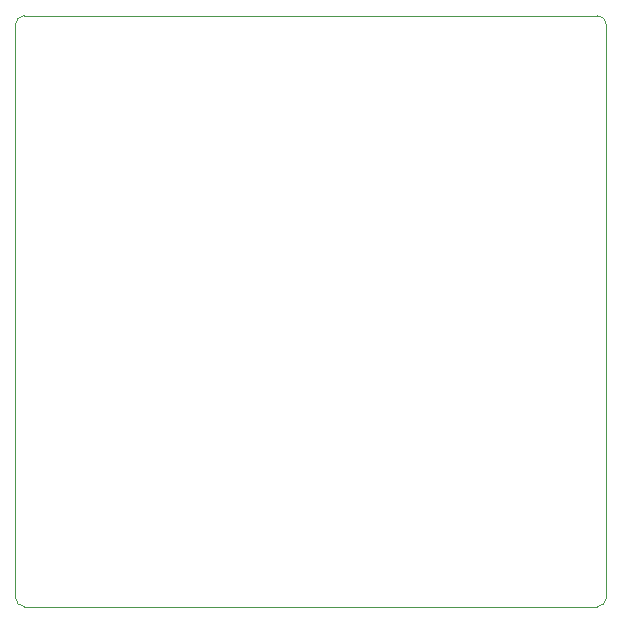
<source format=gbr>
%TF.GenerationSoftware,KiCad,Pcbnew,(6.0.10-0)*%
%TF.CreationDate,2022-12-29T22:01:02-08:00*%
%TF.ProjectId,HDMI-MUX,48444d49-2d4d-4555-982e-6b696361645f,rev?*%
%TF.SameCoordinates,Original*%
%TF.FileFunction,Profile,NP*%
%FSLAX46Y46*%
G04 Gerber Fmt 4.6, Leading zero omitted, Abs format (unit mm)*
G04 Created by KiCad (PCBNEW (6.0.10-0)) date 2022-12-29 22:01:02*
%MOMM*%
%LPD*%
G01*
G04 APERTURE LIST*
%TA.AperFunction,Profile*%
%ADD10C,0.100000*%
%TD*%
G04 APERTURE END LIST*
D10*
X22606000Y-68834000D02*
G75*
G03*
X23368000Y-69596000I762000J0D01*
G01*
X23368000Y-19558000D02*
X71882000Y-19558000D01*
X22606000Y-68834000D02*
X22606000Y-20320000D01*
X71882000Y-69596000D02*
X23368000Y-69596000D01*
X72644000Y-20320000D02*
G75*
G03*
X71882000Y-19558000I-762000J0D01*
G01*
X23368000Y-19558000D02*
G75*
G03*
X22606000Y-20320000I0J-762000D01*
G01*
X72644000Y-20320000D02*
X72644000Y-68834000D01*
X71882000Y-69596000D02*
G75*
G03*
X72644000Y-68834000I0J762000D01*
G01*
M02*

</source>
